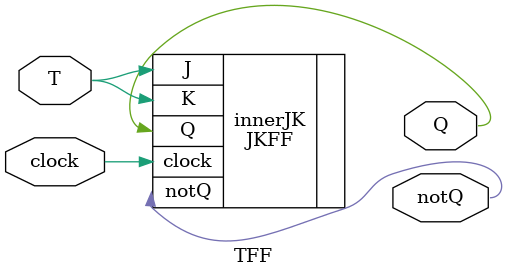
<source format=v>
`timescale 1ns / 1ps


module TFF(
    input T, clock,
    output Q,
    output notQ
    );
    
    JKFF innerJK(
        .J(T),
        .K(T),
        .clock(clock),
        .Q(Q),
        .notQ(notQ)
    );
    
endmodule

</source>
